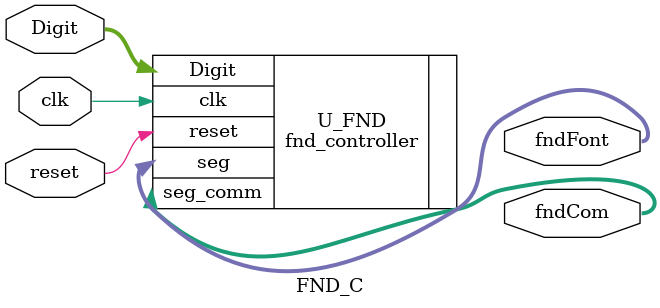
<source format=v>
`timescale 1ns / 1ps

module FND_C(
    input clk, 
    input reset,
    input  [7:0] Digit,
    output [7:0] fndFont,
    output [3:0] fndCom
    );

    fnd_controller U_FND(
    .clk(clk), 
    .reset(reset),
    .Digit(Digit),
    .seg(fndFont),
    .seg_comm(fndCom)
);
endmodule

</source>
